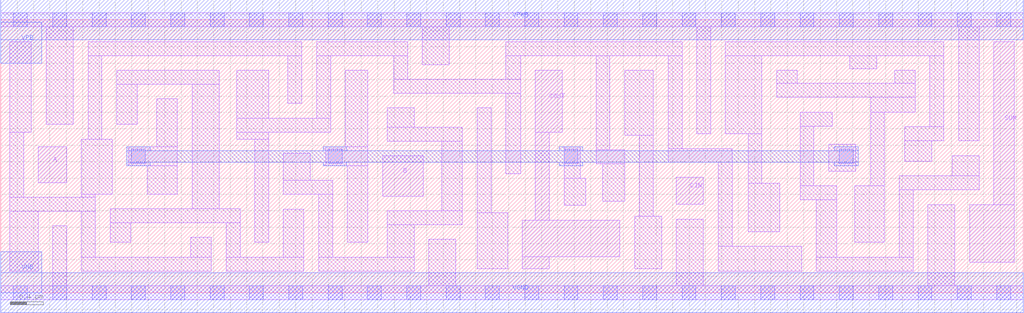
<source format=lef>
# Copyright 2020 The SkyWater PDK Authors
#
# Licensed under the Apache License, Version 2.0 (the "License");
# you may not use this file except in compliance with the License.
# You may obtain a copy of the License at
#
#     https://www.apache.org/licenses/LICENSE-2.0
#
# Unless required by applicable law or agreed to in writing, software
# distributed under the License is distributed on an "AS IS" BASIS,
# WITHOUT WARRANTIES OR CONDITIONS OF ANY KIND, either express or implied.
# See the License for the specific language governing permissions and
# limitations under the License.
#
# SPDX-License-Identifier: Apache-2.0

VERSION 5.5 ;
NAMESCASESENSITIVE ON ;
BUSBITCHARS "[]" ;
DIVIDERCHAR "/" ;
MACRO sky130_fd_sc_lp__fahcin_1
  CLASS CORE ;
  SOURCE USER ;
  ORIGIN  0.000000  0.000000 ;
  SIZE  12.48000 BY  3.330000 ;
  SYMMETRY X Y R90 ;
  SITE unit ;
  PIN A
    ANTENNAGATEAREA  0.315000 ;
    DIRECTION INPUT ;
    USE SIGNAL ;
    PORT
      LAYER li1 ;
        RECT 0.460000 1.345000 0.805000 1.780000 ;
    END
  END A
  PIN B
    ANTENNAGATEAREA  0.759000 ;
    DIRECTION INPUT ;
    USE SIGNAL ;
    PORT
      LAYER li1 ;
        RECT 4.660000 1.180000 5.155000 1.670000 ;
    END
  END B
  PIN CIN
    ANTENNAGATEAREA  0.561000 ;
    DIRECTION INPUT ;
    USE SIGNAL ;
    PORT
      LAYER li1 ;
        RECT 8.245000 1.080000 8.575000 1.410000 ;
    END
  END CIN
  PIN COUT
    ANTENNADIFFAREA  1.564400 ;
    DIRECTION OUTPUT ;
    USE SIGNAL ;
    PORT
      LAYER li1 ;
        RECT 6.365000 0.295000 6.695000 0.440000 ;
        RECT 6.365000 0.440000 7.555000 0.885000 ;
        RECT 6.525000 0.885000 6.695000 1.960000 ;
        RECT 6.525000 1.960000 6.855000 2.715000 ;
    END
  END COUT
  PIN SUM
    ANTENNADIFFAREA  0.592200 ;
    DIRECTION OUTPUT ;
    USE SIGNAL ;
    PORT
      LAYER li1 ;
        RECT 11.825000 0.375000 12.370000 1.075000 ;
        RECT 12.120000 1.075000 12.370000 3.065000 ;
    END
  END SUM
  PIN VGND
    DIRECTION INOUT ;
    USE GROUND ;
    PORT
      LAYER met1 ;
        RECT 0.000000 -0.245000 12.480000 0.245000 ;
    END
  END VGND
  PIN VNB
    DIRECTION INOUT ;
    USE GROUND ;
    PORT
      LAYER met1 ;
        RECT 0.000000 0.000000 0.500000 0.500000 ;
    END
  END VNB
  PIN VPB
    DIRECTION INOUT ;
    USE POWER ;
    PORT
      LAYER met1 ;
        RECT 0.000000 2.800000 0.500000 3.300000 ;
    END
  END VPB
  PIN VPWR
    DIRECTION INOUT ;
    USE POWER ;
    PORT
      LAYER met1 ;
        RECT 0.000000 3.085000 12.480000 3.575000 ;
    END
  END VPWR
  OBS
    LAYER li1 ;
      RECT  0.000000 -0.085000 12.480000 0.085000 ;
      RECT  0.000000  3.245000 12.480000 3.415000 ;
      RECT  0.110000  0.265000  0.455000 0.995000 ;
      RECT  0.110000  0.995000  1.155000 1.165000 ;
      RECT  0.110000  1.165000  0.280000 1.960000 ;
      RECT  0.110000  1.960000  0.375000 3.065000 ;
      RECT  0.555000  2.055000  0.885000 3.245000 ;
      RECT  0.635000  0.085000  0.805000 0.815000 ;
      RECT  0.985000  0.265000  2.570000 0.435000 ;
      RECT  0.985000  0.435000  1.155000 0.995000 ;
      RECT  0.985000  1.165000  1.155000 1.205000 ;
      RECT  0.985000  1.205000  1.360000 1.875000 ;
      RECT  1.065000  1.875000  1.235000 2.895000 ;
      RECT  1.065000  2.895000  3.675000 3.065000 ;
      RECT  1.335000  0.615000  1.585000 0.855000 ;
      RECT  1.335000  0.855000  2.920000 1.025000 ;
      RECT  1.415000  2.055000  1.665000 2.545000 ;
      RECT  1.415000  2.545000  2.665000 2.715000 ;
      RECT  1.565000  1.550000  2.155000 1.780000 ;
      RECT  1.785000  1.205000  2.155000 1.550000 ;
      RECT  1.905000  1.780000  2.155000 2.365000 ;
      RECT  2.320000  0.435000  2.570000 0.675000 ;
      RECT  2.335000  1.025000  2.665000 2.545000 ;
      RECT  2.750000  0.265000  3.700000 0.435000 ;
      RECT  2.750000  0.435000  2.920000 0.855000 ;
      RECT  2.880000  1.875000  3.270000 1.960000 ;
      RECT  2.880000  1.960000  4.025000 2.130000 ;
      RECT  2.880000  2.130000  3.270000 2.715000 ;
      RECT  3.100000  0.615000  3.270000 1.875000 ;
      RECT  3.450000  0.435000  3.700000 1.020000 ;
      RECT  3.450000  1.200000  4.050000 1.370000 ;
      RECT  3.450000  1.370000  3.780000 1.705000 ;
      RECT  3.505000  2.310000  3.675000 2.895000 ;
      RECT  3.855000  2.130000  4.025000 2.895000 ;
      RECT  3.855000  2.895000  4.965000 3.065000 ;
      RECT  3.880000  0.265000  5.045000 0.435000 ;
      RECT  3.880000  0.435000  4.050000 1.200000 ;
      RECT  3.965000  1.550000  4.480000 1.780000 ;
      RECT  4.205000  1.780000  4.480000 2.715000 ;
      RECT  4.230000  0.615000  4.480000 1.550000 ;
      RECT  4.715000  0.435000  5.045000 0.830000 ;
      RECT  4.715000  0.830000  5.635000 1.000000 ;
      RECT  4.715000  1.850000  5.635000 2.020000 ;
      RECT  4.715000  2.020000  5.045000 2.255000 ;
      RECT  4.795000  2.435000  6.345000 2.605000 ;
      RECT  4.795000  2.605000  4.965000 2.895000 ;
      RECT  5.145000  2.785000  5.475000 3.245000 ;
      RECT  5.225000  0.085000  5.555000 0.650000 ;
      RECT  5.380000  1.000000  5.635000 1.850000 ;
      RECT  5.815000  0.295000  6.185000 0.975000 ;
      RECT  5.815000  0.975000  5.985000 2.255000 ;
      RECT  6.165000  1.455000  6.345000 2.435000 ;
      RECT  6.165000  2.605000  6.345000 2.895000 ;
      RECT  6.165000  2.895000  8.315000 3.065000 ;
      RECT  6.875000  1.065000  7.140000 1.395000 ;
      RECT  6.875000  1.395000  7.075000 1.780000 ;
      RECT  7.265000  1.575000  7.615000 1.745000 ;
      RECT  7.265000  1.745000  7.435000 2.895000 ;
      RECT  7.350000  1.115000  7.615000 1.575000 ;
      RECT  7.615000  1.925000  7.965000 2.715000 ;
      RECT  7.735000  0.295000  8.065000 0.935000 ;
      RECT  7.795000  0.935000  7.965000 1.925000 ;
      RECT  8.145000  1.590000  8.925000 1.760000 ;
      RECT  8.145000  1.760000  8.315000 2.895000 ;
      RECT  8.245000  0.085000  8.575000 0.900000 ;
      RECT  8.495000  1.940000  8.665000 3.245000 ;
      RECT  8.755000  0.265000  9.775000 0.565000 ;
      RECT  8.755000  0.565000  8.925000 1.590000 ;
      RECT  8.845000  1.940000  9.290000 2.895000 ;
      RECT  8.845000  2.895000 11.510000 3.065000 ;
      RECT  9.120000  0.745000  9.505000 1.335000 ;
      RECT  9.120000  1.335000  9.290000 1.940000 ;
      RECT  9.470000  2.385000 11.160000 2.555000 ;
      RECT  9.470000  2.555000  9.720000 2.715000 ;
      RECT  9.755000  1.135000 10.205000 1.305000 ;
      RECT  9.755000  1.305000  9.925000 2.035000 ;
      RECT  9.755000  2.035000 10.150000 2.205000 ;
      RECT  9.955000  0.265000 11.135000 0.435000 ;
      RECT  9.955000  0.435000 10.205000 1.135000 ;
      RECT 10.105000  1.485000 10.435000 1.815000 ;
      RECT 10.360000  2.735000 10.690000 2.895000 ;
      RECT 10.420000  0.615000 10.785000 1.305000 ;
      RECT 10.615000  1.305000 10.785000 2.205000 ;
      RECT 10.615000  2.205000 11.160000 2.385000 ;
      RECT 10.910000  2.555000 11.160000 2.715000 ;
      RECT 10.965000  0.435000 11.135000 1.255000 ;
      RECT 10.965000  1.255000 11.940000 1.425000 ;
      RECT 11.035000  1.605000 11.365000 1.855000 ;
      RECT 11.035000  1.855000 11.510000 2.025000 ;
      RECT 11.315000  0.085000 11.645000 1.075000 ;
      RECT 11.340000  2.025000 11.510000 2.895000 ;
      RECT 11.610000  1.425000 11.940000 1.675000 ;
      RECT 11.690000  1.855000 11.940000 3.245000 ;
    LAYER mcon ;
      RECT  0.155000 -0.085000  0.325000 0.085000 ;
      RECT  0.155000  3.245000  0.325000 3.415000 ;
      RECT  0.635000 -0.085000  0.805000 0.085000 ;
      RECT  0.635000  3.245000  0.805000 3.415000 ;
      RECT  1.115000 -0.085000  1.285000 0.085000 ;
      RECT  1.115000  3.245000  1.285000 3.415000 ;
      RECT  1.595000 -0.085000  1.765000 0.085000 ;
      RECT  1.595000  1.580000  1.765000 1.750000 ;
      RECT  1.595000  3.245000  1.765000 3.415000 ;
      RECT  2.075000 -0.085000  2.245000 0.085000 ;
      RECT  2.075000  3.245000  2.245000 3.415000 ;
      RECT  2.555000 -0.085000  2.725000 0.085000 ;
      RECT  2.555000  3.245000  2.725000 3.415000 ;
      RECT  3.035000 -0.085000  3.205000 0.085000 ;
      RECT  3.035000  3.245000  3.205000 3.415000 ;
      RECT  3.515000 -0.085000  3.685000 0.085000 ;
      RECT  3.515000  3.245000  3.685000 3.415000 ;
      RECT  3.995000 -0.085000  4.165000 0.085000 ;
      RECT  3.995000  1.580000  4.165000 1.750000 ;
      RECT  3.995000  3.245000  4.165000 3.415000 ;
      RECT  4.475000 -0.085000  4.645000 0.085000 ;
      RECT  4.475000  3.245000  4.645000 3.415000 ;
      RECT  4.955000 -0.085000  5.125000 0.085000 ;
      RECT  4.955000  3.245000  5.125000 3.415000 ;
      RECT  5.435000 -0.085000  5.605000 0.085000 ;
      RECT  5.435000  3.245000  5.605000 3.415000 ;
      RECT  5.915000 -0.085000  6.085000 0.085000 ;
      RECT  5.915000  3.245000  6.085000 3.415000 ;
      RECT  6.395000 -0.085000  6.565000 0.085000 ;
      RECT  6.395000  3.245000  6.565000 3.415000 ;
      RECT  6.875000 -0.085000  7.045000 0.085000 ;
      RECT  6.875000  1.580000  7.045000 1.750000 ;
      RECT  6.875000  3.245000  7.045000 3.415000 ;
      RECT  7.355000 -0.085000  7.525000 0.085000 ;
      RECT  7.355000  3.245000  7.525000 3.415000 ;
      RECT  7.835000 -0.085000  8.005000 0.085000 ;
      RECT  7.835000  3.245000  8.005000 3.415000 ;
      RECT  8.315000 -0.085000  8.485000 0.085000 ;
      RECT  8.315000  3.245000  8.485000 3.415000 ;
      RECT  8.795000 -0.085000  8.965000 0.085000 ;
      RECT  8.795000  3.245000  8.965000 3.415000 ;
      RECT  9.275000 -0.085000  9.445000 0.085000 ;
      RECT  9.275000  3.245000  9.445000 3.415000 ;
      RECT  9.755000 -0.085000  9.925000 0.085000 ;
      RECT  9.755000  3.245000  9.925000 3.415000 ;
      RECT 10.235000 -0.085000 10.405000 0.085000 ;
      RECT 10.235000  1.580000 10.405000 1.750000 ;
      RECT 10.235000  3.245000 10.405000 3.415000 ;
      RECT 10.715000 -0.085000 10.885000 0.085000 ;
      RECT 10.715000  3.245000 10.885000 3.415000 ;
      RECT 11.195000 -0.085000 11.365000 0.085000 ;
      RECT 11.195000  3.245000 11.365000 3.415000 ;
      RECT 11.675000 -0.085000 11.845000 0.085000 ;
      RECT 11.675000  3.245000 11.845000 3.415000 ;
      RECT 12.155000 -0.085000 12.325000 0.085000 ;
      RECT 12.155000  3.245000 12.325000 3.415000 ;
    LAYER met1 ;
      RECT  1.535000 1.550000  1.825000 1.595000 ;
      RECT  1.535000 1.595000 10.465000 1.735000 ;
      RECT  1.535000 1.735000  1.825000 1.780000 ;
      RECT  3.935000 1.550000  4.225000 1.595000 ;
      RECT  3.935000 1.735000  4.225000 1.780000 ;
      RECT  6.815000 1.550000  7.105000 1.595000 ;
      RECT  6.815000 1.735000  7.105000 1.780000 ;
      RECT 10.175000 1.550000 10.465000 1.595000 ;
      RECT 10.175000 1.735000 10.465000 1.780000 ;
  END
END sky130_fd_sc_lp__fahcin_1
END LIBRARY

</source>
